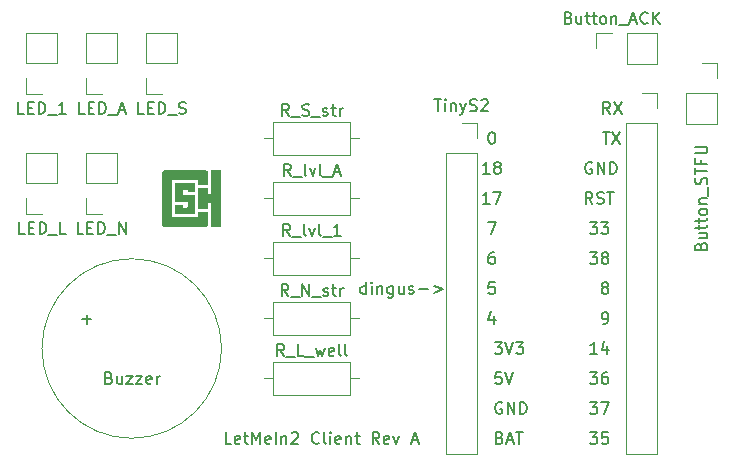
<source format=gbr>
%TF.GenerationSoftware,KiCad,Pcbnew,(6.0.2)*%
%TF.CreationDate,2022-03-10T22:00:07-05:00*%
%TF.ProjectId,letmein,6c65746d-6569-46e2-9e6b-696361645f70,rev?*%
%TF.SameCoordinates,Original*%
%TF.FileFunction,Legend,Top*%
%TF.FilePolarity,Positive*%
%FSLAX46Y46*%
G04 Gerber Fmt 4.6, Leading zero omitted, Abs format (unit mm)*
G04 Created by KiCad (PCBNEW (6.0.2)) date 2022-03-10 22:00:07*
%MOMM*%
%LPD*%
G01*
G04 APERTURE LIST*
%ADD10C,0.150000*%
%ADD11C,0.120000*%
G04 APERTURE END LIST*
D10*
X147129523Y-81732380D02*
X146558095Y-81732380D01*
X146843809Y-81732380D02*
X146843809Y-80732380D01*
X146748571Y-80875238D01*
X146653333Y-80970476D01*
X146558095Y-81018095D01*
X147700952Y-81160952D02*
X147605714Y-81113333D01*
X147558095Y-81065714D01*
X147510476Y-80970476D01*
X147510476Y-80922857D01*
X147558095Y-80827619D01*
X147605714Y-80780000D01*
X147700952Y-80732380D01*
X147891428Y-80732380D01*
X147986666Y-80780000D01*
X148034285Y-80827619D01*
X148081904Y-80922857D01*
X148081904Y-80970476D01*
X148034285Y-81065714D01*
X147986666Y-81113333D01*
X147891428Y-81160952D01*
X147700952Y-81160952D01*
X147605714Y-81208571D01*
X147558095Y-81256190D01*
X147510476Y-81351428D01*
X147510476Y-81541904D01*
X147558095Y-81637142D01*
X147605714Y-81684761D01*
X147700952Y-81732380D01*
X147891428Y-81732380D01*
X147986666Y-81684761D01*
X148034285Y-81637142D01*
X148081904Y-81541904D01*
X148081904Y-81351428D01*
X148034285Y-81256190D01*
X147986666Y-81208571D01*
X147891428Y-81160952D01*
X155620595Y-85812380D02*
X156239642Y-85812380D01*
X155906309Y-86193333D01*
X156049166Y-86193333D01*
X156144404Y-86240952D01*
X156192023Y-86288571D01*
X156239642Y-86383809D01*
X156239642Y-86621904D01*
X156192023Y-86717142D01*
X156144404Y-86764761D01*
X156049166Y-86812380D01*
X155763452Y-86812380D01*
X155668214Y-86764761D01*
X155620595Y-86717142D01*
X156572976Y-85812380D02*
X157192023Y-85812380D01*
X156858690Y-86193333D01*
X157001547Y-86193333D01*
X157096785Y-86240952D01*
X157144404Y-86288571D01*
X157192023Y-86383809D01*
X157192023Y-86621904D01*
X157144404Y-86717142D01*
X157096785Y-86764761D01*
X157001547Y-86812380D01*
X156715833Y-86812380D01*
X156620595Y-86764761D01*
X156572976Y-86717142D01*
X147510476Y-93765714D02*
X147510476Y-94432380D01*
X147272380Y-93384761D02*
X147034285Y-94099047D01*
X147653333Y-94099047D01*
X155620595Y-88352380D02*
X156239642Y-88352380D01*
X155906309Y-88733333D01*
X156049166Y-88733333D01*
X156144404Y-88780952D01*
X156192023Y-88828571D01*
X156239642Y-88923809D01*
X156239642Y-89161904D01*
X156192023Y-89257142D01*
X156144404Y-89304761D01*
X156049166Y-89352380D01*
X155763452Y-89352380D01*
X155668214Y-89304761D01*
X155620595Y-89257142D01*
X156811071Y-88780952D02*
X156715833Y-88733333D01*
X156668214Y-88685714D01*
X156620595Y-88590476D01*
X156620595Y-88542857D01*
X156668214Y-88447619D01*
X156715833Y-88400000D01*
X156811071Y-88352380D01*
X157001547Y-88352380D01*
X157096785Y-88400000D01*
X157144404Y-88447619D01*
X157192023Y-88542857D01*
X157192023Y-88590476D01*
X157144404Y-88685714D01*
X157096785Y-88733333D01*
X157001547Y-88780952D01*
X156811071Y-88780952D01*
X156715833Y-88828571D01*
X156668214Y-88876190D01*
X156620595Y-88971428D01*
X156620595Y-89161904D01*
X156668214Y-89257142D01*
X156715833Y-89304761D01*
X156811071Y-89352380D01*
X157001547Y-89352380D01*
X157096785Y-89304761D01*
X157144404Y-89257142D01*
X157192023Y-89161904D01*
X157192023Y-88971428D01*
X157144404Y-88876190D01*
X157096785Y-88828571D01*
X157001547Y-88780952D01*
X156811071Y-91320952D02*
X156715833Y-91273333D01*
X156668214Y-91225714D01*
X156620595Y-91130476D01*
X156620595Y-91082857D01*
X156668214Y-90987619D01*
X156715833Y-90940000D01*
X156811071Y-90892380D01*
X157001547Y-90892380D01*
X157096785Y-90940000D01*
X157144404Y-90987619D01*
X157192023Y-91082857D01*
X157192023Y-91130476D01*
X157144404Y-91225714D01*
X157096785Y-91273333D01*
X157001547Y-91320952D01*
X156811071Y-91320952D01*
X156715833Y-91368571D01*
X156668214Y-91416190D01*
X156620595Y-91511428D01*
X156620595Y-91701904D01*
X156668214Y-91797142D01*
X156715833Y-91844761D01*
X156811071Y-91892380D01*
X157001547Y-91892380D01*
X157096785Y-91844761D01*
X157144404Y-91797142D01*
X157192023Y-91701904D01*
X157192023Y-91511428D01*
X157144404Y-91416190D01*
X157096785Y-91368571D01*
X157001547Y-91320952D01*
X155847023Y-84272380D02*
X155513690Y-83796190D01*
X155275595Y-84272380D02*
X155275595Y-83272380D01*
X155656547Y-83272380D01*
X155751785Y-83320000D01*
X155799404Y-83367619D01*
X155847023Y-83462857D01*
X155847023Y-83605714D01*
X155799404Y-83700952D01*
X155751785Y-83748571D01*
X155656547Y-83796190D01*
X155275595Y-83796190D01*
X156227976Y-84224761D02*
X156370833Y-84272380D01*
X156608928Y-84272380D01*
X156704166Y-84224761D01*
X156751785Y-84177142D01*
X156799404Y-84081904D01*
X156799404Y-83986666D01*
X156751785Y-83891428D01*
X156704166Y-83843809D01*
X156608928Y-83796190D01*
X156418452Y-83748571D01*
X156323214Y-83700952D01*
X156275595Y-83653333D01*
X156227976Y-83558095D01*
X156227976Y-83462857D01*
X156275595Y-83367619D01*
X156323214Y-83320000D01*
X156418452Y-83272380D01*
X156656547Y-83272380D01*
X156799404Y-83320000D01*
X157085119Y-83272380D02*
X157656547Y-83272380D01*
X157370833Y-84272380D02*
X157370833Y-83272380D01*
X148131785Y-98512380D02*
X147655595Y-98512380D01*
X147607976Y-98988571D01*
X147655595Y-98940952D01*
X147750833Y-98893333D01*
X147988928Y-98893333D01*
X148084166Y-98940952D01*
X148131785Y-98988571D01*
X148179404Y-99083809D01*
X148179404Y-99321904D01*
X148131785Y-99417142D01*
X148084166Y-99464761D01*
X147988928Y-99512380D01*
X147750833Y-99512380D01*
X147655595Y-99464761D01*
X147607976Y-99417142D01*
X148465119Y-98512380D02*
X148798452Y-99512380D01*
X149131785Y-98512380D01*
X125271785Y-104592380D02*
X124795595Y-104592380D01*
X124795595Y-103592380D01*
X125986071Y-104544761D02*
X125890833Y-104592380D01*
X125700357Y-104592380D01*
X125605119Y-104544761D01*
X125557500Y-104449523D01*
X125557500Y-104068571D01*
X125605119Y-103973333D01*
X125700357Y-103925714D01*
X125890833Y-103925714D01*
X125986071Y-103973333D01*
X126033690Y-104068571D01*
X126033690Y-104163809D01*
X125557500Y-104259047D01*
X126319404Y-103925714D02*
X126700357Y-103925714D01*
X126462261Y-103592380D02*
X126462261Y-104449523D01*
X126509880Y-104544761D01*
X126605119Y-104592380D01*
X126700357Y-104592380D01*
X127033690Y-104592380D02*
X127033690Y-103592380D01*
X127367023Y-104306666D01*
X127700357Y-103592380D01*
X127700357Y-104592380D01*
X128557500Y-104544761D02*
X128462261Y-104592380D01*
X128271785Y-104592380D01*
X128176547Y-104544761D01*
X128128928Y-104449523D01*
X128128928Y-104068571D01*
X128176547Y-103973333D01*
X128271785Y-103925714D01*
X128462261Y-103925714D01*
X128557500Y-103973333D01*
X128605119Y-104068571D01*
X128605119Y-104163809D01*
X128128928Y-104259047D01*
X129033690Y-104592380D02*
X129033690Y-103592380D01*
X129509880Y-103925714D02*
X129509880Y-104592380D01*
X129509880Y-104020952D02*
X129557500Y-103973333D01*
X129652738Y-103925714D01*
X129795595Y-103925714D01*
X129890833Y-103973333D01*
X129938452Y-104068571D01*
X129938452Y-104592380D01*
X130367023Y-103687619D02*
X130414642Y-103640000D01*
X130509880Y-103592380D01*
X130747976Y-103592380D01*
X130843214Y-103640000D01*
X130890833Y-103687619D01*
X130938452Y-103782857D01*
X130938452Y-103878095D01*
X130890833Y-104020952D01*
X130319404Y-104592380D01*
X130938452Y-104592380D01*
X132700357Y-104497142D02*
X132652738Y-104544761D01*
X132509880Y-104592380D01*
X132414642Y-104592380D01*
X132271785Y-104544761D01*
X132176547Y-104449523D01*
X132128928Y-104354285D01*
X132081309Y-104163809D01*
X132081309Y-104020952D01*
X132128928Y-103830476D01*
X132176547Y-103735238D01*
X132271785Y-103640000D01*
X132414642Y-103592380D01*
X132509880Y-103592380D01*
X132652738Y-103640000D01*
X132700357Y-103687619D01*
X133271785Y-104592380D02*
X133176547Y-104544761D01*
X133128928Y-104449523D01*
X133128928Y-103592380D01*
X133652738Y-104592380D02*
X133652738Y-103925714D01*
X133652738Y-103592380D02*
X133605119Y-103640000D01*
X133652738Y-103687619D01*
X133700357Y-103640000D01*
X133652738Y-103592380D01*
X133652738Y-103687619D01*
X134509880Y-104544761D02*
X134414642Y-104592380D01*
X134224166Y-104592380D01*
X134128928Y-104544761D01*
X134081309Y-104449523D01*
X134081309Y-104068571D01*
X134128928Y-103973333D01*
X134224166Y-103925714D01*
X134414642Y-103925714D01*
X134509880Y-103973333D01*
X134557500Y-104068571D01*
X134557500Y-104163809D01*
X134081309Y-104259047D01*
X134986071Y-103925714D02*
X134986071Y-104592380D01*
X134986071Y-104020952D02*
X135033690Y-103973333D01*
X135128928Y-103925714D01*
X135271785Y-103925714D01*
X135367023Y-103973333D01*
X135414642Y-104068571D01*
X135414642Y-104592380D01*
X135747976Y-103925714D02*
X136128928Y-103925714D01*
X135890833Y-103592380D02*
X135890833Y-104449523D01*
X135938452Y-104544761D01*
X136033690Y-104592380D01*
X136128928Y-104592380D01*
X137795595Y-104592380D02*
X137462261Y-104116190D01*
X137224166Y-104592380D02*
X137224166Y-103592380D01*
X137605119Y-103592380D01*
X137700357Y-103640000D01*
X137747976Y-103687619D01*
X137795595Y-103782857D01*
X137795595Y-103925714D01*
X137747976Y-104020952D01*
X137700357Y-104068571D01*
X137605119Y-104116190D01*
X137224166Y-104116190D01*
X138605119Y-104544761D02*
X138509880Y-104592380D01*
X138319404Y-104592380D01*
X138224166Y-104544761D01*
X138176547Y-104449523D01*
X138176547Y-104068571D01*
X138224166Y-103973333D01*
X138319404Y-103925714D01*
X138509880Y-103925714D01*
X138605119Y-103973333D01*
X138652738Y-104068571D01*
X138652738Y-104163809D01*
X138176547Y-104259047D01*
X138986071Y-103925714D02*
X139224166Y-104592380D01*
X139462261Y-103925714D01*
X140557500Y-104306666D02*
X141033690Y-104306666D01*
X140462261Y-104592380D02*
X140795595Y-103592380D01*
X141128928Y-104592380D01*
X136676190Y-91892380D02*
X136676190Y-90892380D01*
X136676190Y-91844761D02*
X136580952Y-91892380D01*
X136390476Y-91892380D01*
X136295238Y-91844761D01*
X136247619Y-91797142D01*
X136200000Y-91701904D01*
X136200000Y-91416190D01*
X136247619Y-91320952D01*
X136295238Y-91273333D01*
X136390476Y-91225714D01*
X136580952Y-91225714D01*
X136676190Y-91273333D01*
X137152380Y-91892380D02*
X137152380Y-91225714D01*
X137152380Y-90892380D02*
X137104761Y-90940000D01*
X137152380Y-90987619D01*
X137200000Y-90940000D01*
X137152380Y-90892380D01*
X137152380Y-90987619D01*
X137628571Y-91225714D02*
X137628571Y-91892380D01*
X137628571Y-91320952D02*
X137676190Y-91273333D01*
X137771428Y-91225714D01*
X137914285Y-91225714D01*
X138009523Y-91273333D01*
X138057142Y-91368571D01*
X138057142Y-91892380D01*
X138961904Y-91225714D02*
X138961904Y-92035238D01*
X138914285Y-92130476D01*
X138866666Y-92178095D01*
X138771428Y-92225714D01*
X138628571Y-92225714D01*
X138533333Y-92178095D01*
X138961904Y-91844761D02*
X138866666Y-91892380D01*
X138676190Y-91892380D01*
X138580952Y-91844761D01*
X138533333Y-91797142D01*
X138485714Y-91701904D01*
X138485714Y-91416190D01*
X138533333Y-91320952D01*
X138580952Y-91273333D01*
X138676190Y-91225714D01*
X138866666Y-91225714D01*
X138961904Y-91273333D01*
X139866666Y-91225714D02*
X139866666Y-91892380D01*
X139438095Y-91225714D02*
X139438095Y-91749523D01*
X139485714Y-91844761D01*
X139580952Y-91892380D01*
X139723809Y-91892380D01*
X139819047Y-91844761D01*
X139866666Y-91797142D01*
X140295238Y-91844761D02*
X140390476Y-91892380D01*
X140580952Y-91892380D01*
X140676190Y-91844761D01*
X140723809Y-91749523D01*
X140723809Y-91701904D01*
X140676190Y-91606666D01*
X140580952Y-91559047D01*
X140438095Y-91559047D01*
X140342857Y-91511428D01*
X140295238Y-91416190D01*
X140295238Y-91368571D01*
X140342857Y-91273333D01*
X140438095Y-91225714D01*
X140580952Y-91225714D01*
X140676190Y-91273333D01*
X141152380Y-91511428D02*
X141914285Y-91511428D01*
X142390476Y-91225714D02*
X143152380Y-91511428D01*
X142390476Y-91797142D01*
X147560357Y-95972380D02*
X148179404Y-95972380D01*
X147846071Y-96353333D01*
X147988928Y-96353333D01*
X148084166Y-96400952D01*
X148131785Y-96448571D01*
X148179404Y-96543809D01*
X148179404Y-96781904D01*
X148131785Y-96877142D01*
X148084166Y-96924761D01*
X147988928Y-96972380D01*
X147703214Y-96972380D01*
X147607976Y-96924761D01*
X147560357Y-96877142D01*
X148465119Y-95972380D02*
X148798452Y-96972380D01*
X149131785Y-95972380D01*
X149369880Y-95972380D02*
X149988928Y-95972380D01*
X149655595Y-96353333D01*
X149798452Y-96353333D01*
X149893690Y-96400952D01*
X149941309Y-96448571D01*
X149988928Y-96543809D01*
X149988928Y-96781904D01*
X149941309Y-96877142D01*
X149893690Y-96924761D01*
X149798452Y-96972380D01*
X149512738Y-96972380D01*
X149417500Y-96924761D01*
X149369880Y-96877142D01*
X148179404Y-101100000D02*
X148084166Y-101052380D01*
X147941309Y-101052380D01*
X147798452Y-101100000D01*
X147703214Y-101195238D01*
X147655595Y-101290476D01*
X147607976Y-101480952D01*
X147607976Y-101623809D01*
X147655595Y-101814285D01*
X147703214Y-101909523D01*
X147798452Y-102004761D01*
X147941309Y-102052380D01*
X148036547Y-102052380D01*
X148179404Y-102004761D01*
X148227023Y-101957142D01*
X148227023Y-101623809D01*
X148036547Y-101623809D01*
X148655595Y-102052380D02*
X148655595Y-101052380D01*
X149227023Y-102052380D01*
X149227023Y-101052380D01*
X149703214Y-102052380D02*
X149703214Y-101052380D01*
X149941309Y-101052380D01*
X150084166Y-101100000D01*
X150179404Y-101195238D01*
X150227023Y-101290476D01*
X150274642Y-101480952D01*
X150274642Y-101623809D01*
X150227023Y-101814285D01*
X150179404Y-101909523D01*
X150084166Y-102004761D01*
X149941309Y-102052380D01*
X149703214Y-102052380D01*
X147510476Y-88352380D02*
X147320000Y-88352380D01*
X147224761Y-88400000D01*
X147177142Y-88447619D01*
X147081904Y-88590476D01*
X147034285Y-88780952D01*
X147034285Y-89161904D01*
X147081904Y-89257142D01*
X147129523Y-89304761D01*
X147224761Y-89352380D01*
X147415238Y-89352380D01*
X147510476Y-89304761D01*
X147558095Y-89257142D01*
X147605714Y-89161904D01*
X147605714Y-88923809D01*
X147558095Y-88828571D01*
X147510476Y-88780952D01*
X147415238Y-88733333D01*
X147224761Y-88733333D01*
X147129523Y-88780952D01*
X147081904Y-88828571D01*
X147034285Y-88923809D01*
X147988928Y-104068571D02*
X148131785Y-104116190D01*
X148179404Y-104163809D01*
X148227023Y-104259047D01*
X148227023Y-104401904D01*
X148179404Y-104497142D01*
X148131785Y-104544761D01*
X148036547Y-104592380D01*
X147655595Y-104592380D01*
X147655595Y-103592380D01*
X147988928Y-103592380D01*
X148084166Y-103640000D01*
X148131785Y-103687619D01*
X148179404Y-103782857D01*
X148179404Y-103878095D01*
X148131785Y-103973333D01*
X148084166Y-104020952D01*
X147988928Y-104068571D01*
X147655595Y-104068571D01*
X148607976Y-104306666D02*
X149084166Y-104306666D01*
X148512738Y-104592380D02*
X148846071Y-103592380D01*
X149179404Y-104592380D01*
X149369880Y-103592380D02*
X149941309Y-103592380D01*
X149655595Y-104592380D02*
X149655595Y-103592380D01*
X147272380Y-78192380D02*
X147367619Y-78192380D01*
X147462857Y-78240000D01*
X147510476Y-78287619D01*
X147558095Y-78382857D01*
X147605714Y-78573333D01*
X147605714Y-78811428D01*
X147558095Y-79001904D01*
X147510476Y-79097142D01*
X147462857Y-79144761D01*
X147367619Y-79192380D01*
X147272380Y-79192380D01*
X147177142Y-79144761D01*
X147129523Y-79097142D01*
X147081904Y-79001904D01*
X147034285Y-78811428D01*
X147034285Y-78573333D01*
X147081904Y-78382857D01*
X147129523Y-78287619D01*
X147177142Y-78240000D01*
X147272380Y-78192380D01*
X155620595Y-101052380D02*
X156239642Y-101052380D01*
X155906309Y-101433333D01*
X156049166Y-101433333D01*
X156144404Y-101480952D01*
X156192023Y-101528571D01*
X156239642Y-101623809D01*
X156239642Y-101861904D01*
X156192023Y-101957142D01*
X156144404Y-102004761D01*
X156049166Y-102052380D01*
X155763452Y-102052380D01*
X155668214Y-102004761D01*
X155620595Y-101957142D01*
X156572976Y-101052380D02*
X157239642Y-101052380D01*
X156811071Y-102052380D01*
X156718095Y-78192380D02*
X157289523Y-78192380D01*
X157003809Y-79192380D02*
X157003809Y-78192380D01*
X157527619Y-78192380D02*
X158194285Y-79192380D01*
X158194285Y-78192380D02*
X157527619Y-79192380D01*
X155799404Y-80780000D02*
X155704166Y-80732380D01*
X155561309Y-80732380D01*
X155418452Y-80780000D01*
X155323214Y-80875238D01*
X155275595Y-80970476D01*
X155227976Y-81160952D01*
X155227976Y-81303809D01*
X155275595Y-81494285D01*
X155323214Y-81589523D01*
X155418452Y-81684761D01*
X155561309Y-81732380D01*
X155656547Y-81732380D01*
X155799404Y-81684761D01*
X155847023Y-81637142D01*
X155847023Y-81303809D01*
X155656547Y-81303809D01*
X156275595Y-81732380D02*
X156275595Y-80732380D01*
X156847023Y-81732380D01*
X156847023Y-80732380D01*
X157323214Y-81732380D02*
X157323214Y-80732380D01*
X157561309Y-80732380D01*
X157704166Y-80780000D01*
X157799404Y-80875238D01*
X157847023Y-80970476D01*
X157894642Y-81160952D01*
X157894642Y-81303809D01*
X157847023Y-81494285D01*
X157799404Y-81589523D01*
X157704166Y-81684761D01*
X157561309Y-81732380D01*
X157323214Y-81732380D01*
X147558095Y-90892380D02*
X147081904Y-90892380D01*
X147034285Y-91368571D01*
X147081904Y-91320952D01*
X147177142Y-91273333D01*
X147415238Y-91273333D01*
X147510476Y-91320952D01*
X147558095Y-91368571D01*
X147605714Y-91463809D01*
X147605714Y-91701904D01*
X147558095Y-91797142D01*
X147510476Y-91844761D01*
X147415238Y-91892380D01*
X147177142Y-91892380D01*
X147081904Y-91844761D01*
X147034285Y-91797142D01*
X157313333Y-76652380D02*
X156980000Y-76176190D01*
X156741904Y-76652380D02*
X156741904Y-75652380D01*
X157122857Y-75652380D01*
X157218095Y-75700000D01*
X157265714Y-75747619D01*
X157313333Y-75842857D01*
X157313333Y-75985714D01*
X157265714Y-76080952D01*
X157218095Y-76128571D01*
X157122857Y-76176190D01*
X156741904Y-76176190D01*
X157646666Y-75652380D02*
X158313333Y-76652380D01*
X158313333Y-75652380D02*
X157646666Y-76652380D01*
X146986666Y-85812380D02*
X147653333Y-85812380D01*
X147224761Y-86812380D01*
X156715833Y-94432380D02*
X156906309Y-94432380D01*
X157001547Y-94384761D01*
X157049166Y-94337142D01*
X157144404Y-94194285D01*
X157192023Y-94003809D01*
X157192023Y-93622857D01*
X157144404Y-93527619D01*
X157096785Y-93480000D01*
X157001547Y-93432380D01*
X156811071Y-93432380D01*
X156715833Y-93480000D01*
X156668214Y-93527619D01*
X156620595Y-93622857D01*
X156620595Y-93860952D01*
X156668214Y-93956190D01*
X156715833Y-94003809D01*
X156811071Y-94051428D01*
X157001547Y-94051428D01*
X157096785Y-94003809D01*
X157144404Y-93956190D01*
X157192023Y-93860952D01*
X155620595Y-103592380D02*
X156239642Y-103592380D01*
X155906309Y-103973333D01*
X156049166Y-103973333D01*
X156144404Y-104020952D01*
X156192023Y-104068571D01*
X156239642Y-104163809D01*
X156239642Y-104401904D01*
X156192023Y-104497142D01*
X156144404Y-104544761D01*
X156049166Y-104592380D01*
X155763452Y-104592380D01*
X155668214Y-104544761D01*
X155620595Y-104497142D01*
X157144404Y-103592380D02*
X156668214Y-103592380D01*
X156620595Y-104068571D01*
X156668214Y-104020952D01*
X156763452Y-103973333D01*
X157001547Y-103973333D01*
X157096785Y-104020952D01*
X157144404Y-104068571D01*
X157192023Y-104163809D01*
X157192023Y-104401904D01*
X157144404Y-104497142D01*
X157096785Y-104544761D01*
X157001547Y-104592380D01*
X156763452Y-104592380D01*
X156668214Y-104544761D01*
X156620595Y-104497142D01*
X156239642Y-96972380D02*
X155668214Y-96972380D01*
X155953928Y-96972380D02*
X155953928Y-95972380D01*
X155858690Y-96115238D01*
X155763452Y-96210476D01*
X155668214Y-96258095D01*
X157096785Y-96305714D02*
X157096785Y-96972380D01*
X156858690Y-95924761D02*
X156620595Y-96639047D01*
X157239642Y-96639047D01*
X147129523Y-84272380D02*
X146558095Y-84272380D01*
X146843809Y-84272380D02*
X146843809Y-83272380D01*
X146748571Y-83415238D01*
X146653333Y-83510476D01*
X146558095Y-83558095D01*
X147462857Y-83272380D02*
X148129523Y-83272380D01*
X147700952Y-84272380D01*
X155620595Y-98512380D02*
X156239642Y-98512380D01*
X155906309Y-98893333D01*
X156049166Y-98893333D01*
X156144404Y-98940952D01*
X156192023Y-98988571D01*
X156239642Y-99083809D01*
X156239642Y-99321904D01*
X156192023Y-99417142D01*
X156144404Y-99464761D01*
X156049166Y-99512380D01*
X155763452Y-99512380D01*
X155668214Y-99464761D01*
X155620595Y-99417142D01*
X157096785Y-98512380D02*
X156906309Y-98512380D01*
X156811071Y-98560000D01*
X156763452Y-98607619D01*
X156668214Y-98750476D01*
X156620595Y-98940952D01*
X156620595Y-99321904D01*
X156668214Y-99417142D01*
X156715833Y-99464761D01*
X156811071Y-99512380D01*
X157001547Y-99512380D01*
X157096785Y-99464761D01*
X157144404Y-99417142D01*
X157192023Y-99321904D01*
X157192023Y-99083809D01*
X157144404Y-98988571D01*
X157096785Y-98940952D01*
X157001547Y-98893333D01*
X156811071Y-98893333D01*
X156715833Y-98940952D01*
X156668214Y-98988571D01*
X156620595Y-99083809D01*
%TO.C,Button_ACK*%
X153813333Y-68508571D02*
X153956190Y-68556190D01*
X154003809Y-68603809D01*
X154051428Y-68699047D01*
X154051428Y-68841904D01*
X154003809Y-68937142D01*
X153956190Y-68984761D01*
X153860952Y-69032380D01*
X153480000Y-69032380D01*
X153480000Y-68032380D01*
X153813333Y-68032380D01*
X153908571Y-68080000D01*
X153956190Y-68127619D01*
X154003809Y-68222857D01*
X154003809Y-68318095D01*
X153956190Y-68413333D01*
X153908571Y-68460952D01*
X153813333Y-68508571D01*
X153480000Y-68508571D01*
X154908571Y-68365714D02*
X154908571Y-69032380D01*
X154480000Y-68365714D02*
X154480000Y-68889523D01*
X154527619Y-68984761D01*
X154622857Y-69032380D01*
X154765714Y-69032380D01*
X154860952Y-68984761D01*
X154908571Y-68937142D01*
X155241904Y-68365714D02*
X155622857Y-68365714D01*
X155384761Y-68032380D02*
X155384761Y-68889523D01*
X155432380Y-68984761D01*
X155527619Y-69032380D01*
X155622857Y-69032380D01*
X155813333Y-68365714D02*
X156194285Y-68365714D01*
X155956190Y-68032380D02*
X155956190Y-68889523D01*
X156003809Y-68984761D01*
X156099047Y-69032380D01*
X156194285Y-69032380D01*
X156670476Y-69032380D02*
X156575238Y-68984761D01*
X156527619Y-68937142D01*
X156480000Y-68841904D01*
X156480000Y-68556190D01*
X156527619Y-68460952D01*
X156575238Y-68413333D01*
X156670476Y-68365714D01*
X156813333Y-68365714D01*
X156908571Y-68413333D01*
X156956190Y-68460952D01*
X157003809Y-68556190D01*
X157003809Y-68841904D01*
X156956190Y-68937142D01*
X156908571Y-68984761D01*
X156813333Y-69032380D01*
X156670476Y-69032380D01*
X157432380Y-68365714D02*
X157432380Y-69032380D01*
X157432380Y-68460952D02*
X157480000Y-68413333D01*
X157575238Y-68365714D01*
X157718095Y-68365714D01*
X157813333Y-68413333D01*
X157860952Y-68508571D01*
X157860952Y-69032380D01*
X158099047Y-69127619D02*
X158860952Y-69127619D01*
X159051428Y-68746666D02*
X159527619Y-68746666D01*
X158956190Y-69032380D02*
X159289523Y-68032380D01*
X159622857Y-69032380D01*
X160527619Y-68937142D02*
X160480000Y-68984761D01*
X160337142Y-69032380D01*
X160241904Y-69032380D01*
X160099047Y-68984761D01*
X160003809Y-68889523D01*
X159956190Y-68794285D01*
X159908571Y-68603809D01*
X159908571Y-68460952D01*
X159956190Y-68270476D01*
X160003809Y-68175238D01*
X160099047Y-68080000D01*
X160241904Y-68032380D01*
X160337142Y-68032380D01*
X160480000Y-68080000D01*
X160527619Y-68127619D01*
X160956190Y-69032380D02*
X160956190Y-68032380D01*
X161527619Y-69032380D02*
X161099047Y-68460952D01*
X161527619Y-68032380D02*
X160956190Y-68603809D01*
%TO.C,TinyS2*%
X142470476Y-75422380D02*
X143041904Y-75422380D01*
X142756190Y-76422380D02*
X142756190Y-75422380D01*
X143375238Y-76422380D02*
X143375238Y-75755714D01*
X143375238Y-75422380D02*
X143327619Y-75470000D01*
X143375238Y-75517619D01*
X143422857Y-75470000D01*
X143375238Y-75422380D01*
X143375238Y-75517619D01*
X143851428Y-75755714D02*
X143851428Y-76422380D01*
X143851428Y-75850952D02*
X143899047Y-75803333D01*
X143994285Y-75755714D01*
X144137142Y-75755714D01*
X144232380Y-75803333D01*
X144280000Y-75898571D01*
X144280000Y-76422380D01*
X144660952Y-75755714D02*
X144899047Y-76422380D01*
X145137142Y-75755714D02*
X144899047Y-76422380D01*
X144803809Y-76660476D01*
X144756190Y-76708095D01*
X144660952Y-76755714D01*
X145470476Y-76374761D02*
X145613333Y-76422380D01*
X145851428Y-76422380D01*
X145946666Y-76374761D01*
X145994285Y-76327142D01*
X146041904Y-76231904D01*
X146041904Y-76136666D01*
X145994285Y-76041428D01*
X145946666Y-75993809D01*
X145851428Y-75946190D01*
X145660952Y-75898571D01*
X145565714Y-75850952D01*
X145518095Y-75803333D01*
X145470476Y-75708095D01*
X145470476Y-75612857D01*
X145518095Y-75517619D01*
X145565714Y-75470000D01*
X145660952Y-75422380D01*
X145899047Y-75422380D01*
X146041904Y-75470000D01*
X146422857Y-75517619D02*
X146470476Y-75470000D01*
X146565714Y-75422380D01*
X146803809Y-75422380D01*
X146899047Y-75470000D01*
X146946666Y-75517619D01*
X146994285Y-75612857D01*
X146994285Y-75708095D01*
X146946666Y-75850952D01*
X146375238Y-76422380D01*
X146994285Y-76422380D01*
%TO.C,R_N_str*%
X130103809Y-92062380D02*
X129770476Y-91586190D01*
X129532380Y-92062380D02*
X129532380Y-91062380D01*
X129913333Y-91062380D01*
X130008571Y-91110000D01*
X130056190Y-91157619D01*
X130103809Y-91252857D01*
X130103809Y-91395714D01*
X130056190Y-91490952D01*
X130008571Y-91538571D01*
X129913333Y-91586190D01*
X129532380Y-91586190D01*
X130294285Y-92157619D02*
X131056190Y-92157619D01*
X131294285Y-92062380D02*
X131294285Y-91062380D01*
X131865714Y-92062380D01*
X131865714Y-91062380D01*
X132103809Y-92157619D02*
X132865714Y-92157619D01*
X133056190Y-92014761D02*
X133151428Y-92062380D01*
X133341904Y-92062380D01*
X133437142Y-92014761D01*
X133484761Y-91919523D01*
X133484761Y-91871904D01*
X133437142Y-91776666D01*
X133341904Y-91729047D01*
X133199047Y-91729047D01*
X133103809Y-91681428D01*
X133056190Y-91586190D01*
X133056190Y-91538571D01*
X133103809Y-91443333D01*
X133199047Y-91395714D01*
X133341904Y-91395714D01*
X133437142Y-91443333D01*
X133770476Y-91395714D02*
X134151428Y-91395714D01*
X133913333Y-91062380D02*
X133913333Y-91919523D01*
X133960952Y-92014761D01*
X134056190Y-92062380D01*
X134151428Y-92062380D01*
X134484761Y-92062380D02*
X134484761Y-91395714D01*
X134484761Y-91586190D02*
X134532380Y-91490952D01*
X134580000Y-91443333D01*
X134675238Y-91395714D01*
X134770476Y-91395714D01*
%TO.C,Button_STFU*%
X165028571Y-87867619D02*
X165076190Y-87724761D01*
X165123809Y-87677142D01*
X165219047Y-87629523D01*
X165361904Y-87629523D01*
X165457142Y-87677142D01*
X165504761Y-87724761D01*
X165552380Y-87820000D01*
X165552380Y-88200952D01*
X164552380Y-88200952D01*
X164552380Y-87867619D01*
X164600000Y-87772380D01*
X164647619Y-87724761D01*
X164742857Y-87677142D01*
X164838095Y-87677142D01*
X164933333Y-87724761D01*
X164980952Y-87772380D01*
X165028571Y-87867619D01*
X165028571Y-88200952D01*
X164885714Y-86772380D02*
X165552380Y-86772380D01*
X164885714Y-87200952D02*
X165409523Y-87200952D01*
X165504761Y-87153333D01*
X165552380Y-87058095D01*
X165552380Y-86915238D01*
X165504761Y-86820000D01*
X165457142Y-86772380D01*
X164885714Y-86439047D02*
X164885714Y-86058095D01*
X164552380Y-86296190D02*
X165409523Y-86296190D01*
X165504761Y-86248571D01*
X165552380Y-86153333D01*
X165552380Y-86058095D01*
X164885714Y-85867619D02*
X164885714Y-85486666D01*
X164552380Y-85724761D02*
X165409523Y-85724761D01*
X165504761Y-85677142D01*
X165552380Y-85581904D01*
X165552380Y-85486666D01*
X165552380Y-85010476D02*
X165504761Y-85105714D01*
X165457142Y-85153333D01*
X165361904Y-85200952D01*
X165076190Y-85200952D01*
X164980952Y-85153333D01*
X164933333Y-85105714D01*
X164885714Y-85010476D01*
X164885714Y-84867619D01*
X164933333Y-84772380D01*
X164980952Y-84724761D01*
X165076190Y-84677142D01*
X165361904Y-84677142D01*
X165457142Y-84724761D01*
X165504761Y-84772380D01*
X165552380Y-84867619D01*
X165552380Y-85010476D01*
X164885714Y-84248571D02*
X165552380Y-84248571D01*
X164980952Y-84248571D02*
X164933333Y-84200952D01*
X164885714Y-84105714D01*
X164885714Y-83962857D01*
X164933333Y-83867619D01*
X165028571Y-83820000D01*
X165552380Y-83820000D01*
X165647619Y-83581904D02*
X165647619Y-82820000D01*
X165504761Y-82629523D02*
X165552380Y-82486666D01*
X165552380Y-82248571D01*
X165504761Y-82153333D01*
X165457142Y-82105714D01*
X165361904Y-82058095D01*
X165266666Y-82058095D01*
X165171428Y-82105714D01*
X165123809Y-82153333D01*
X165076190Y-82248571D01*
X165028571Y-82439047D01*
X164980952Y-82534285D01*
X164933333Y-82581904D01*
X164838095Y-82629523D01*
X164742857Y-82629523D01*
X164647619Y-82581904D01*
X164600000Y-82534285D01*
X164552380Y-82439047D01*
X164552380Y-82200952D01*
X164600000Y-82058095D01*
X164552380Y-81772380D02*
X164552380Y-81200952D01*
X165552380Y-81486666D02*
X164552380Y-81486666D01*
X165028571Y-80534285D02*
X165028571Y-80867619D01*
X165552380Y-80867619D02*
X164552380Y-80867619D01*
X164552380Y-80391428D01*
X164552380Y-80010476D02*
X165361904Y-80010476D01*
X165457142Y-79962857D01*
X165504761Y-79915238D01*
X165552380Y-79820000D01*
X165552380Y-79629523D01*
X165504761Y-79534285D01*
X165457142Y-79486666D01*
X165361904Y-79439047D01*
X164552380Y-79439047D01*
%TO.C,LED_1*%
X107720000Y-76652380D02*
X107243809Y-76652380D01*
X107243809Y-75652380D01*
X108053333Y-76128571D02*
X108386666Y-76128571D01*
X108529523Y-76652380D02*
X108053333Y-76652380D01*
X108053333Y-75652380D01*
X108529523Y-75652380D01*
X108958095Y-76652380D02*
X108958095Y-75652380D01*
X109196190Y-75652380D01*
X109339047Y-75700000D01*
X109434285Y-75795238D01*
X109481904Y-75890476D01*
X109529523Y-76080952D01*
X109529523Y-76223809D01*
X109481904Y-76414285D01*
X109434285Y-76509523D01*
X109339047Y-76604761D01*
X109196190Y-76652380D01*
X108958095Y-76652380D01*
X109720000Y-76747619D02*
X110481904Y-76747619D01*
X111243809Y-76652380D02*
X110672380Y-76652380D01*
X110958095Y-76652380D02*
X110958095Y-75652380D01*
X110862857Y-75795238D01*
X110767619Y-75890476D01*
X110672380Y-75938095D01*
%TO.C,LED_A*%
X112847619Y-76652380D02*
X112371428Y-76652380D01*
X112371428Y-75652380D01*
X113180952Y-76128571D02*
X113514285Y-76128571D01*
X113657142Y-76652380D02*
X113180952Y-76652380D01*
X113180952Y-75652380D01*
X113657142Y-75652380D01*
X114085714Y-76652380D02*
X114085714Y-75652380D01*
X114323809Y-75652380D01*
X114466666Y-75700000D01*
X114561904Y-75795238D01*
X114609523Y-75890476D01*
X114657142Y-76080952D01*
X114657142Y-76223809D01*
X114609523Y-76414285D01*
X114561904Y-76509523D01*
X114466666Y-76604761D01*
X114323809Y-76652380D01*
X114085714Y-76652380D01*
X114847619Y-76747619D02*
X115609523Y-76747619D01*
X115800000Y-76366666D02*
X116276190Y-76366666D01*
X115704761Y-76652380D02*
X116038095Y-75652380D01*
X116371428Y-76652380D01*
%TO.C,LED_L*%
X107791428Y-86812380D02*
X107315238Y-86812380D01*
X107315238Y-85812380D01*
X108124761Y-86288571D02*
X108458095Y-86288571D01*
X108600952Y-86812380D02*
X108124761Y-86812380D01*
X108124761Y-85812380D01*
X108600952Y-85812380D01*
X109029523Y-86812380D02*
X109029523Y-85812380D01*
X109267619Y-85812380D01*
X109410476Y-85860000D01*
X109505714Y-85955238D01*
X109553333Y-86050476D01*
X109600952Y-86240952D01*
X109600952Y-86383809D01*
X109553333Y-86574285D01*
X109505714Y-86669523D01*
X109410476Y-86764761D01*
X109267619Y-86812380D01*
X109029523Y-86812380D01*
X109791428Y-86907619D02*
X110553333Y-86907619D01*
X111267619Y-86812380D02*
X110791428Y-86812380D01*
X110791428Y-85812380D01*
%TO.C,R_lvl_A*%
X130294285Y-81902380D02*
X129960952Y-81426190D01*
X129722857Y-81902380D02*
X129722857Y-80902380D01*
X130103809Y-80902380D01*
X130199047Y-80950000D01*
X130246666Y-80997619D01*
X130294285Y-81092857D01*
X130294285Y-81235714D01*
X130246666Y-81330952D01*
X130199047Y-81378571D01*
X130103809Y-81426190D01*
X129722857Y-81426190D01*
X130484761Y-81997619D02*
X131246666Y-81997619D01*
X131627619Y-81902380D02*
X131532380Y-81854761D01*
X131484761Y-81759523D01*
X131484761Y-80902380D01*
X131913333Y-81235714D02*
X132151428Y-81902380D01*
X132389523Y-81235714D01*
X132913333Y-81902380D02*
X132818095Y-81854761D01*
X132770476Y-81759523D01*
X132770476Y-80902380D01*
X133056190Y-81997619D02*
X133818095Y-81997619D01*
X134008571Y-81616666D02*
X134484761Y-81616666D01*
X133913333Y-81902380D02*
X134246666Y-80902380D01*
X134580000Y-81902380D01*
%TO.C,Buzzer*%
X114911428Y-98988571D02*
X115054285Y-99036190D01*
X115101904Y-99083809D01*
X115149523Y-99179047D01*
X115149523Y-99321904D01*
X115101904Y-99417142D01*
X115054285Y-99464761D01*
X114959047Y-99512380D01*
X114578095Y-99512380D01*
X114578095Y-98512380D01*
X114911428Y-98512380D01*
X115006666Y-98560000D01*
X115054285Y-98607619D01*
X115101904Y-98702857D01*
X115101904Y-98798095D01*
X115054285Y-98893333D01*
X115006666Y-98940952D01*
X114911428Y-98988571D01*
X114578095Y-98988571D01*
X116006666Y-98845714D02*
X116006666Y-99512380D01*
X115578095Y-98845714D02*
X115578095Y-99369523D01*
X115625714Y-99464761D01*
X115720952Y-99512380D01*
X115863809Y-99512380D01*
X115959047Y-99464761D01*
X116006666Y-99417142D01*
X116387619Y-98845714D02*
X116911428Y-98845714D01*
X116387619Y-99512380D01*
X116911428Y-99512380D01*
X117197142Y-98845714D02*
X117720952Y-98845714D01*
X117197142Y-99512380D01*
X117720952Y-99512380D01*
X118482857Y-99464761D02*
X118387619Y-99512380D01*
X118197142Y-99512380D01*
X118101904Y-99464761D01*
X118054285Y-99369523D01*
X118054285Y-98988571D01*
X118101904Y-98893333D01*
X118197142Y-98845714D01*
X118387619Y-98845714D01*
X118482857Y-98893333D01*
X118530476Y-98988571D01*
X118530476Y-99083809D01*
X118054285Y-99179047D01*
X118959047Y-99512380D02*
X118959047Y-98845714D01*
X118959047Y-99036190D02*
X119006666Y-98940952D01*
X119054285Y-98893333D01*
X119149523Y-98845714D01*
X119244761Y-98845714D01*
X112649047Y-94051428D02*
X113410952Y-94051428D01*
X113030000Y-94432380D02*
X113030000Y-93670476D01*
%TO.C,R_L_well*%
X129746666Y-97142380D02*
X129413333Y-96666190D01*
X129175238Y-97142380D02*
X129175238Y-96142380D01*
X129556190Y-96142380D01*
X129651428Y-96190000D01*
X129699047Y-96237619D01*
X129746666Y-96332857D01*
X129746666Y-96475714D01*
X129699047Y-96570952D01*
X129651428Y-96618571D01*
X129556190Y-96666190D01*
X129175238Y-96666190D01*
X129937142Y-97237619D02*
X130699047Y-97237619D01*
X131413333Y-97142380D02*
X130937142Y-97142380D01*
X130937142Y-96142380D01*
X131508571Y-97237619D02*
X132270476Y-97237619D01*
X132413333Y-96475714D02*
X132603809Y-97142380D01*
X132794285Y-96666190D01*
X132984761Y-97142380D01*
X133175238Y-96475714D01*
X133937142Y-97094761D02*
X133841904Y-97142380D01*
X133651428Y-97142380D01*
X133556190Y-97094761D01*
X133508571Y-96999523D01*
X133508571Y-96618571D01*
X133556190Y-96523333D01*
X133651428Y-96475714D01*
X133841904Y-96475714D01*
X133937142Y-96523333D01*
X133984761Y-96618571D01*
X133984761Y-96713809D01*
X133508571Y-96809047D01*
X134556190Y-97142380D02*
X134460952Y-97094761D01*
X134413333Y-96999523D01*
X134413333Y-96142380D01*
X135080000Y-97142380D02*
X134984761Y-97094761D01*
X134937142Y-96999523D01*
X134937142Y-96142380D01*
%TO.C,LED_N*%
X112752380Y-86812380D02*
X112276190Y-86812380D01*
X112276190Y-85812380D01*
X113085714Y-86288571D02*
X113419047Y-86288571D01*
X113561904Y-86812380D02*
X113085714Y-86812380D01*
X113085714Y-85812380D01*
X113561904Y-85812380D01*
X113990476Y-86812380D02*
X113990476Y-85812380D01*
X114228571Y-85812380D01*
X114371428Y-85860000D01*
X114466666Y-85955238D01*
X114514285Y-86050476D01*
X114561904Y-86240952D01*
X114561904Y-86383809D01*
X114514285Y-86574285D01*
X114466666Y-86669523D01*
X114371428Y-86764761D01*
X114228571Y-86812380D01*
X113990476Y-86812380D01*
X114752380Y-86907619D02*
X115514285Y-86907619D01*
X115752380Y-86812380D02*
X115752380Y-85812380D01*
X116323809Y-86812380D01*
X116323809Y-85812380D01*
%TO.C,LED_S*%
X117880000Y-76652380D02*
X117403809Y-76652380D01*
X117403809Y-75652380D01*
X118213333Y-76128571D02*
X118546666Y-76128571D01*
X118689523Y-76652380D02*
X118213333Y-76652380D01*
X118213333Y-75652380D01*
X118689523Y-75652380D01*
X119118095Y-76652380D02*
X119118095Y-75652380D01*
X119356190Y-75652380D01*
X119499047Y-75700000D01*
X119594285Y-75795238D01*
X119641904Y-75890476D01*
X119689523Y-76080952D01*
X119689523Y-76223809D01*
X119641904Y-76414285D01*
X119594285Y-76509523D01*
X119499047Y-76604761D01*
X119356190Y-76652380D01*
X119118095Y-76652380D01*
X119880000Y-76747619D02*
X120641904Y-76747619D01*
X120832380Y-76604761D02*
X120975238Y-76652380D01*
X121213333Y-76652380D01*
X121308571Y-76604761D01*
X121356190Y-76557142D01*
X121403809Y-76461904D01*
X121403809Y-76366666D01*
X121356190Y-76271428D01*
X121308571Y-76223809D01*
X121213333Y-76176190D01*
X121022857Y-76128571D01*
X120927619Y-76080952D01*
X120880000Y-76033333D01*
X120832380Y-75938095D01*
X120832380Y-75842857D01*
X120880000Y-75747619D01*
X120927619Y-75700000D01*
X121022857Y-75652380D01*
X121260952Y-75652380D01*
X121403809Y-75700000D01*
%TO.C,R_S_str*%
X130151428Y-76822380D02*
X129818095Y-76346190D01*
X129580000Y-76822380D02*
X129580000Y-75822380D01*
X129960952Y-75822380D01*
X130056190Y-75870000D01*
X130103809Y-75917619D01*
X130151428Y-76012857D01*
X130151428Y-76155714D01*
X130103809Y-76250952D01*
X130056190Y-76298571D01*
X129960952Y-76346190D01*
X129580000Y-76346190D01*
X130341904Y-76917619D02*
X131103809Y-76917619D01*
X131294285Y-76774761D02*
X131437142Y-76822380D01*
X131675238Y-76822380D01*
X131770476Y-76774761D01*
X131818095Y-76727142D01*
X131865714Y-76631904D01*
X131865714Y-76536666D01*
X131818095Y-76441428D01*
X131770476Y-76393809D01*
X131675238Y-76346190D01*
X131484761Y-76298571D01*
X131389523Y-76250952D01*
X131341904Y-76203333D01*
X131294285Y-76108095D01*
X131294285Y-76012857D01*
X131341904Y-75917619D01*
X131389523Y-75870000D01*
X131484761Y-75822380D01*
X131722857Y-75822380D01*
X131865714Y-75870000D01*
X132056190Y-76917619D02*
X132818095Y-76917619D01*
X133008571Y-76774761D02*
X133103809Y-76822380D01*
X133294285Y-76822380D01*
X133389523Y-76774761D01*
X133437142Y-76679523D01*
X133437142Y-76631904D01*
X133389523Y-76536666D01*
X133294285Y-76489047D01*
X133151428Y-76489047D01*
X133056190Y-76441428D01*
X133008571Y-76346190D01*
X133008571Y-76298571D01*
X133056190Y-76203333D01*
X133151428Y-76155714D01*
X133294285Y-76155714D01*
X133389523Y-76203333D01*
X133722857Y-76155714D02*
X134103809Y-76155714D01*
X133865714Y-75822380D02*
X133865714Y-76679523D01*
X133913333Y-76774761D01*
X134008571Y-76822380D01*
X134103809Y-76822380D01*
X134437142Y-76822380D02*
X134437142Y-76155714D01*
X134437142Y-76346190D02*
X134484761Y-76250952D01*
X134532380Y-76203333D01*
X134627619Y-76155714D01*
X134722857Y-76155714D01*
%TO.C,R_lvl_1*%
X130246666Y-86982380D02*
X129913333Y-86506190D01*
X129675238Y-86982380D02*
X129675238Y-85982380D01*
X130056190Y-85982380D01*
X130151428Y-86030000D01*
X130199047Y-86077619D01*
X130246666Y-86172857D01*
X130246666Y-86315714D01*
X130199047Y-86410952D01*
X130151428Y-86458571D01*
X130056190Y-86506190D01*
X129675238Y-86506190D01*
X130437142Y-87077619D02*
X131199047Y-87077619D01*
X131580000Y-86982380D02*
X131484761Y-86934761D01*
X131437142Y-86839523D01*
X131437142Y-85982380D01*
X131865714Y-86315714D02*
X132103809Y-86982380D01*
X132341904Y-86315714D01*
X132865714Y-86982380D02*
X132770476Y-86934761D01*
X132722857Y-86839523D01*
X132722857Y-85982380D01*
X133008571Y-87077619D02*
X133770476Y-87077619D01*
X134532380Y-86982380D02*
X133960952Y-86982380D01*
X134246666Y-86982380D02*
X134246666Y-85982380D01*
X134151428Y-86125238D01*
X134056190Y-86220476D01*
X133960952Y-86268095D01*
D11*
%TO.C,Button_ACK*%
X158750000Y-72450000D02*
X158750000Y-69790000D01*
X161350000Y-72450000D02*
X161350000Y-69790000D01*
X158750000Y-72450000D02*
X161350000Y-72450000D01*
X158750000Y-69790000D02*
X161350000Y-69790000D01*
X156150000Y-69790000D02*
X157480000Y-69790000D01*
X156150000Y-71120000D02*
X156150000Y-69790000D01*
%TO.C,TinyS2*%
X143450000Y-105470000D02*
X146110000Y-105470000D01*
X143450000Y-80010000D02*
X146110000Y-80010000D01*
X143450000Y-80010000D02*
X143450000Y-105470000D01*
X146110000Y-77410000D02*
X146110000Y-78740000D01*
X144780000Y-77410000D02*
X146110000Y-77410000D01*
X146110000Y-80010000D02*
X146110000Y-105470000D01*
%TO.C,R_N_str*%
X128810000Y-92610000D02*
X128810000Y-95350000D01*
X128810000Y-95350000D02*
X135350000Y-95350000D01*
X135350000Y-95350000D02*
X135350000Y-92610000D01*
X136120000Y-93980000D02*
X135350000Y-93980000D01*
X128040000Y-93980000D02*
X128810000Y-93980000D01*
X135350000Y-92610000D02*
X128810000Y-92610000D01*
%TO.C,Button_STFU*%
X165100000Y-72330000D02*
X166430000Y-72330000D01*
X166430000Y-72330000D02*
X166430000Y-73660000D01*
X166430000Y-74930000D02*
X166430000Y-77530000D01*
X163770000Y-74930000D02*
X163770000Y-77530000D01*
X163770000Y-77530000D02*
X166430000Y-77530000D01*
X163770000Y-74930000D02*
X166430000Y-74930000D01*
%TO.C,LED_1*%
X110550000Y-72390000D02*
X107890000Y-72390000D01*
X110550000Y-72390000D02*
X110550000Y-69790000D01*
X109220000Y-74990000D02*
X107890000Y-74990000D01*
X110550000Y-69790000D02*
X107890000Y-69790000D01*
X107890000Y-74990000D02*
X107890000Y-73660000D01*
X107890000Y-72390000D02*
X107890000Y-69790000D01*
%TO.C,LED_A*%
X115630000Y-72390000D02*
X112970000Y-72390000D01*
X115630000Y-72390000D02*
X115630000Y-69790000D01*
X114300000Y-74990000D02*
X112970000Y-74990000D01*
X115630000Y-69790000D02*
X112970000Y-69790000D01*
X112970000Y-74990000D02*
X112970000Y-73660000D01*
X112970000Y-72390000D02*
X112970000Y-69790000D01*
%TO.C,LED_L*%
X107890000Y-82550000D02*
X107890000Y-79950000D01*
X107890000Y-85150000D02*
X107890000Y-83820000D01*
X110550000Y-79950000D02*
X107890000Y-79950000D01*
X109220000Y-85150000D02*
X107890000Y-85150000D01*
X110550000Y-82550000D02*
X110550000Y-79950000D01*
X110550000Y-82550000D02*
X107890000Y-82550000D01*
%TO.C,G\u002A\u002A\u002A*%
G36*
X120962794Y-82505644D02*
G01*
X121034207Y-82505707D01*
X121113907Y-82505806D01*
X121202363Y-82505936D01*
X121300044Y-82506091D01*
X121369012Y-82506204D01*
X122159195Y-82507500D01*
X122172742Y-82520000D01*
X122177853Y-82524705D01*
X122182283Y-82529201D01*
X122186079Y-82534201D01*
X122189291Y-82540416D01*
X122191966Y-82548559D01*
X122194155Y-82559340D01*
X122195906Y-82573473D01*
X122197267Y-82591669D01*
X122198288Y-82614641D01*
X122199018Y-82643099D01*
X122199504Y-82677756D01*
X122199797Y-82719325D01*
X122199945Y-82768516D01*
X122199996Y-82826042D01*
X122200000Y-82892615D01*
X122200000Y-83270000D01*
X121570000Y-83270000D01*
X121570000Y-83175774D01*
X121569918Y-83142508D01*
X121569587Y-83117801D01*
X121568879Y-83100215D01*
X121567666Y-83088310D01*
X121565818Y-83080646D01*
X121563208Y-83075784D01*
X121560856Y-83073274D01*
X121557642Y-83071125D01*
X121552577Y-83069378D01*
X121544688Y-83067994D01*
X121533002Y-83066931D01*
X121516546Y-83066149D01*
X121494348Y-83065606D01*
X121465435Y-83065261D01*
X121428833Y-83065074D01*
X121383569Y-83065004D01*
X121364131Y-83065000D01*
X121315706Y-83065025D01*
X121276300Y-83065134D01*
X121244932Y-83065370D01*
X121220620Y-83065781D01*
X121202383Y-83066411D01*
X121189241Y-83067307D01*
X121180212Y-83068514D01*
X121174314Y-83070079D01*
X121170567Y-83072047D01*
X121168274Y-83074143D01*
X121166289Y-83077115D01*
X121164646Y-83081834D01*
X121163312Y-83089186D01*
X121162257Y-83100061D01*
X121161449Y-83115344D01*
X121160856Y-83135924D01*
X121160447Y-83162688D01*
X121160189Y-83196522D01*
X121160051Y-83238315D01*
X121160002Y-83288955D01*
X121160000Y-83306031D01*
X121160027Y-83359427D01*
X121160132Y-83403702D01*
X121160344Y-83439733D01*
X121160697Y-83468400D01*
X121161221Y-83490581D01*
X121161948Y-83507153D01*
X121162910Y-83518997D01*
X121164138Y-83526989D01*
X121165664Y-83532009D01*
X121167520Y-83534935D01*
X121168266Y-83535637D01*
X121171085Y-83536807D01*
X121176936Y-83537860D01*
X121186363Y-83538806D01*
X121199909Y-83539655D01*
X121218118Y-83540418D01*
X121241534Y-83541105D01*
X121270700Y-83541725D01*
X121306159Y-83542290D01*
X121348456Y-83542809D01*
X121398133Y-83543293D01*
X121455735Y-83543752D01*
X121521805Y-83544196D01*
X121596887Y-83544636D01*
X121665402Y-83545000D01*
X121746149Y-83545415D01*
X121817497Y-83545797D01*
X121880047Y-83546161D01*
X121934400Y-83546521D01*
X121981156Y-83546893D01*
X122020917Y-83547293D01*
X122054284Y-83547736D01*
X122081857Y-83548237D01*
X122104237Y-83548812D01*
X122122025Y-83549475D01*
X122135823Y-83550243D01*
X122146230Y-83551131D01*
X122153848Y-83552153D01*
X122159278Y-83553326D01*
X122163121Y-83554665D01*
X122165977Y-83556184D01*
X122168385Y-83557855D01*
X122180501Y-83569702D01*
X122190737Y-83584392D01*
X122191242Y-83585355D01*
X122192430Y-83588113D01*
X122193506Y-83591822D01*
X122194475Y-83596964D01*
X122195342Y-83604020D01*
X122196114Y-83613475D01*
X122196796Y-83625810D01*
X122197393Y-83641508D01*
X122197912Y-83661052D01*
X122198356Y-83684923D01*
X122198733Y-83713604D01*
X122199047Y-83747579D01*
X122199305Y-83787328D01*
X122199511Y-83833336D01*
X122199671Y-83886083D01*
X122199791Y-83946054D01*
X122199877Y-84013730D01*
X122199933Y-84089593D01*
X122199966Y-84174127D01*
X122199981Y-84267814D01*
X122199984Y-84345000D01*
X122199979Y-84445927D01*
X122199960Y-84537338D01*
X122199922Y-84619714D01*
X122199859Y-84693538D01*
X122199765Y-84759293D01*
X122199636Y-84817461D01*
X122199464Y-84868525D01*
X122199246Y-84912967D01*
X122198975Y-84951271D01*
X122198646Y-84983919D01*
X122198253Y-85011393D01*
X122197791Y-85034177D01*
X122197253Y-85052753D01*
X122196636Y-85067603D01*
X122195932Y-85079210D01*
X122195137Y-85088058D01*
X122194245Y-85094628D01*
X122193250Y-85099403D01*
X122192147Y-85102867D01*
X122191242Y-85104900D01*
X122180925Y-85119564D01*
X122167245Y-85132434D01*
X122165510Y-85133650D01*
X122148521Y-85145000D01*
X121365510Y-85144683D01*
X121277669Y-85144621D01*
X121192472Y-85144510D01*
X121110464Y-85144352D01*
X121032189Y-85144152D01*
X120958190Y-85143911D01*
X120889012Y-85143634D01*
X120825199Y-85143322D01*
X120767295Y-85142979D01*
X120715844Y-85142609D01*
X120671390Y-85142214D01*
X120634477Y-85141797D01*
X120605649Y-85141361D01*
X120585451Y-85140910D01*
X120574426Y-85140447D01*
X120572500Y-85140202D01*
X120562799Y-85133995D01*
X120550892Y-85123632D01*
X120547500Y-85120192D01*
X120532500Y-85104346D01*
X120531153Y-84742173D01*
X120529807Y-84380000D01*
X121160000Y-84380000D01*
X121160000Y-84474225D01*
X121160081Y-84507491D01*
X121160412Y-84532198D01*
X121161120Y-84549784D01*
X121162333Y-84561689D01*
X121164181Y-84569353D01*
X121166791Y-84574215D01*
X121169143Y-84576725D01*
X121172357Y-84578874D01*
X121177422Y-84580621D01*
X121185311Y-84582005D01*
X121196997Y-84583068D01*
X121213453Y-84583850D01*
X121235651Y-84584393D01*
X121264564Y-84584738D01*
X121301166Y-84584925D01*
X121346430Y-84584995D01*
X121365868Y-84585000D01*
X121414293Y-84584974D01*
X121453699Y-84584865D01*
X121485067Y-84584629D01*
X121509379Y-84584218D01*
X121527616Y-84583588D01*
X121540758Y-84582692D01*
X121549787Y-84581485D01*
X121555685Y-84579920D01*
X121559432Y-84577952D01*
X121561725Y-84575856D01*
X121563718Y-84572873D01*
X121565366Y-84568138D01*
X121566702Y-84560760D01*
X121567758Y-84549847D01*
X121568565Y-84534509D01*
X121569156Y-84513853D01*
X121569562Y-84486989D01*
X121569817Y-84453024D01*
X121569951Y-84411068D01*
X121569998Y-84360229D01*
X121570000Y-84345856D01*
X121569986Y-84293077D01*
X121569918Y-84249390D01*
X121569757Y-84213886D01*
X121569463Y-84185655D01*
X121568997Y-84163790D01*
X121568320Y-84147382D01*
X121567393Y-84135522D01*
X121566175Y-84127302D01*
X121564627Y-84121812D01*
X121562711Y-84118145D01*
X121560387Y-84115391D01*
X121560000Y-84115000D01*
X121558166Y-84113335D01*
X121555797Y-84111867D01*
X121552292Y-84110582D01*
X121547049Y-84109468D01*
X121539468Y-84108513D01*
X121528949Y-84107705D01*
X121514890Y-84107031D01*
X121496691Y-84106479D01*
X121473750Y-84106037D01*
X121445467Y-84105693D01*
X121411242Y-84105434D01*
X121370473Y-84105249D01*
X121322560Y-84105124D01*
X121266901Y-84105049D01*
X121202896Y-84105009D01*
X121129944Y-84104994D01*
X121068750Y-84104992D01*
X120986624Y-84105003D01*
X120913903Y-84105015D01*
X120849990Y-84104988D01*
X120794290Y-84104883D01*
X120746207Y-84104661D01*
X120705146Y-84104284D01*
X120670510Y-84103712D01*
X120641705Y-84102906D01*
X120618133Y-84101828D01*
X120599200Y-84100438D01*
X120584310Y-84098698D01*
X120572867Y-84096568D01*
X120564276Y-84094011D01*
X120557940Y-84090985D01*
X120553265Y-84087454D01*
X120549654Y-84083377D01*
X120546511Y-84078717D01*
X120543241Y-84073433D01*
X120541349Y-84070510D01*
X120530000Y-84053521D01*
X120530000Y-83306266D01*
X120529989Y-83203467D01*
X120529971Y-83110195D01*
X120529965Y-83025978D01*
X120529989Y-82950343D01*
X120530064Y-82882817D01*
X120530209Y-82822929D01*
X120530443Y-82770204D01*
X120530785Y-82724170D01*
X120531255Y-82684355D01*
X120531873Y-82650287D01*
X120532657Y-82621491D01*
X120533627Y-82597497D01*
X120534803Y-82577830D01*
X120536204Y-82562020D01*
X120537849Y-82549591D01*
X120539757Y-82540073D01*
X120541948Y-82532993D01*
X120544442Y-82527877D01*
X120547258Y-82524254D01*
X120550414Y-82521650D01*
X120553931Y-82519593D01*
X120557828Y-82517611D01*
X120562125Y-82515229D01*
X120562446Y-82515032D01*
X120564706Y-82513701D01*
X120567283Y-82512492D01*
X120570645Y-82511401D01*
X120575262Y-82510423D01*
X120581603Y-82509553D01*
X120590137Y-82508785D01*
X120601331Y-82508115D01*
X120615656Y-82507537D01*
X120633580Y-82507047D01*
X120655572Y-82506638D01*
X120682100Y-82506306D01*
X120713634Y-82506047D01*
X120750642Y-82505853D01*
X120793593Y-82505722D01*
X120842956Y-82505646D01*
X120899200Y-82505622D01*
X120962794Y-82505644D01*
G37*
G36*
X124420000Y-86255000D02*
G01*
X123585000Y-86255000D01*
X123585000Y-84175000D01*
X123310000Y-84175000D01*
X123310000Y-84730000D01*
X122475000Y-84730000D01*
X122475000Y-82920000D01*
X123310000Y-82920000D01*
X123310000Y-83475000D01*
X123585000Y-83475000D01*
X123585000Y-81390000D01*
X124420000Y-81390000D01*
X124420000Y-86255000D01*
G37*
G36*
X121522652Y-81392501D02*
G01*
X121668122Y-81392506D01*
X121804228Y-81392517D01*
X121931286Y-81392535D01*
X122049616Y-81392562D01*
X122159535Y-81392599D01*
X122261359Y-81392649D01*
X122355408Y-81392713D01*
X122441999Y-81392793D01*
X122521450Y-81392889D01*
X122594077Y-81393005D01*
X122660200Y-81393142D01*
X122720136Y-81393301D01*
X122774202Y-81393484D01*
X122822717Y-81393692D01*
X122865997Y-81393929D01*
X122904361Y-81394194D01*
X122938127Y-81394490D01*
X122967612Y-81394819D01*
X122993134Y-81395182D01*
X123015010Y-81395580D01*
X123033559Y-81396017D01*
X123049098Y-81396492D01*
X123061945Y-81397009D01*
X123072418Y-81397568D01*
X123080834Y-81398171D01*
X123087511Y-81398821D01*
X123092767Y-81399518D01*
X123096919Y-81400264D01*
X123100286Y-81401061D01*
X123102500Y-81401698D01*
X123122968Y-81409041D01*
X123146632Y-81419078D01*
X123166207Y-81428545D01*
X123202367Y-81452549D01*
X123235667Y-81484325D01*
X123264506Y-81521725D01*
X123287281Y-81562601D01*
X123302391Y-81604805D01*
X123304515Y-81613996D01*
X123305547Y-81623392D01*
X123306467Y-81641171D01*
X123307276Y-81667505D01*
X123307977Y-81702568D01*
X123308570Y-81746531D01*
X123309058Y-81799566D01*
X123309442Y-81861847D01*
X123309725Y-81933545D01*
X123309908Y-82014833D01*
X123309993Y-82105883D01*
X123309999Y-82142746D01*
X123310000Y-82645000D01*
X122475643Y-82645000D01*
X122474071Y-82488750D01*
X122472500Y-82332500D01*
X122458949Y-82306810D01*
X122447012Y-82288332D01*
X122431986Y-82270400D01*
X122424496Y-82263228D01*
X122420249Y-82259357D01*
X122416652Y-82255795D01*
X122413292Y-82252530D01*
X122409755Y-82249550D01*
X122405630Y-82246843D01*
X122400504Y-82244396D01*
X122393964Y-82242197D01*
X122385597Y-82240233D01*
X122374992Y-82238492D01*
X122361734Y-82236962D01*
X122345413Y-82235631D01*
X122325614Y-82234486D01*
X122301927Y-82233514D01*
X122273936Y-82232704D01*
X122241231Y-82232042D01*
X122203399Y-82231518D01*
X122160027Y-82231117D01*
X122110702Y-82230829D01*
X122055011Y-82230640D01*
X121992543Y-82230538D01*
X121922884Y-82230512D01*
X121845623Y-82230547D01*
X121760345Y-82230633D01*
X121666639Y-82230757D01*
X121564092Y-82230906D01*
X121452291Y-82231069D01*
X121354813Y-82231201D01*
X120352500Y-82232500D01*
X120332275Y-82243328D01*
X120317260Y-82253356D01*
X120300643Y-82267354D01*
X120291359Y-82276603D01*
X120287844Y-82280083D01*
X120284561Y-82282862D01*
X120281503Y-82285275D01*
X120278661Y-82287661D01*
X120276028Y-82290356D01*
X120273596Y-82293695D01*
X120271358Y-82298017D01*
X120269304Y-82303658D01*
X120267427Y-82310955D01*
X120265720Y-82320243D01*
X120264175Y-82331861D01*
X120262782Y-82346144D01*
X120261536Y-82363430D01*
X120260427Y-82384055D01*
X120259447Y-82408356D01*
X120258590Y-82436670D01*
X120257847Y-82469333D01*
X120257209Y-82506682D01*
X120256670Y-82549053D01*
X120256221Y-82596784D01*
X120255855Y-82650212D01*
X120255562Y-82709672D01*
X120255337Y-82775502D01*
X120255170Y-82848039D01*
X120255053Y-82927618D01*
X120254980Y-83014578D01*
X120254941Y-83109254D01*
X120254929Y-83211983D01*
X120254937Y-83323102D01*
X120254955Y-83442948D01*
X120254977Y-83571857D01*
X120254994Y-83710167D01*
X120255000Y-83825000D01*
X120255004Y-83970259D01*
X120255018Y-84105851D01*
X120255043Y-84232108D01*
X120255081Y-84349361D01*
X120255134Y-84457944D01*
X120255203Y-84558188D01*
X120255290Y-84650426D01*
X120255397Y-84734991D01*
X120255525Y-84812213D01*
X120255676Y-84882427D01*
X120255851Y-84945963D01*
X120256054Y-85003155D01*
X120256284Y-85054334D01*
X120256544Y-85099833D01*
X120256835Y-85139984D01*
X120257159Y-85175120D01*
X120257518Y-85205573D01*
X120257913Y-85231675D01*
X120258347Y-85253759D01*
X120258820Y-85272156D01*
X120259335Y-85287199D01*
X120259893Y-85299221D01*
X120260495Y-85308553D01*
X120261144Y-85315528D01*
X120261841Y-85320478D01*
X120262549Y-85323606D01*
X120275726Y-85352202D01*
X120296379Y-85378278D01*
X120321984Y-85399135D01*
X120343028Y-85409768D01*
X120346339Y-85410981D01*
X120349795Y-85412095D01*
X120353814Y-85413113D01*
X120358816Y-85414039D01*
X120365220Y-85414876D01*
X120373445Y-85415629D01*
X120383911Y-85416301D01*
X120397037Y-85416895D01*
X120413242Y-85417415D01*
X120432946Y-85417866D01*
X120456567Y-85418250D01*
X120484526Y-85418571D01*
X120517241Y-85418833D01*
X120555132Y-85419040D01*
X120598619Y-85419195D01*
X120648120Y-85419303D01*
X120704054Y-85419366D01*
X120766842Y-85419388D01*
X120836902Y-85419374D01*
X120914654Y-85419326D01*
X121000516Y-85419249D01*
X121094909Y-85419146D01*
X121198252Y-85419020D01*
X121310964Y-85418876D01*
X121371566Y-85418798D01*
X122372500Y-85417500D01*
X122395000Y-85405801D01*
X122423706Y-85387344D01*
X122445506Y-85364483D01*
X122459216Y-85342500D01*
X122472500Y-85317500D01*
X122474071Y-85161250D01*
X122475643Y-85005000D01*
X123310000Y-85005000D01*
X123310000Y-85507253D01*
X123309951Y-85602025D01*
X123309806Y-85686970D01*
X123309561Y-85762260D01*
X123309215Y-85828068D01*
X123308766Y-85884565D01*
X123308213Y-85931926D01*
X123307553Y-85970320D01*
X123306785Y-85999922D01*
X123305907Y-86020904D01*
X123304917Y-86033437D01*
X123304515Y-86036003D01*
X123290027Y-86082135D01*
X123266898Y-86125423D01*
X123236368Y-86164576D01*
X123199672Y-86198306D01*
X123158050Y-86225321D01*
X123112740Y-86244333D01*
X123101484Y-86247554D01*
X123097987Y-86248237D01*
X123092704Y-86248878D01*
X123085328Y-86249477D01*
X123075553Y-86250037D01*
X123063071Y-86250558D01*
X123047575Y-86251042D01*
X123028760Y-86251490D01*
X123006318Y-86251903D01*
X122979942Y-86252283D01*
X122949326Y-86252631D01*
X122914162Y-86252948D01*
X122874145Y-86253235D01*
X122828967Y-86253494D01*
X122778321Y-86253727D01*
X122721901Y-86253933D01*
X122659400Y-86254115D01*
X122590512Y-86254274D01*
X122514928Y-86254412D01*
X122432344Y-86254528D01*
X122342451Y-86254626D01*
X122244943Y-86254705D01*
X122139514Y-86254768D01*
X122025856Y-86254816D01*
X121903662Y-86254849D01*
X121772627Y-86254870D01*
X121632443Y-86254879D01*
X121482803Y-86254879D01*
X121360199Y-86254872D01*
X119647500Y-86254744D01*
X119610817Y-86242249D01*
X119565398Y-86222712D01*
X119525453Y-86196361D01*
X119495957Y-86169594D01*
X119474865Y-86143978D01*
X119455075Y-86112610D01*
X119438563Y-86079149D01*
X119427306Y-86047253D01*
X119425339Y-86038970D01*
X119424861Y-86033311D01*
X119424411Y-86021014D01*
X119423990Y-86001930D01*
X119423596Y-85975912D01*
X119423231Y-85942814D01*
X119422893Y-85902487D01*
X119422583Y-85854785D01*
X119422299Y-85799559D01*
X119422042Y-85736664D01*
X119421812Y-85665951D01*
X119421608Y-85587273D01*
X119421429Y-85500483D01*
X119421277Y-85405434D01*
X119421149Y-85301977D01*
X119421047Y-85189967D01*
X119420970Y-85069255D01*
X119420917Y-84939694D01*
X119420889Y-84801136D01*
X119420884Y-84653435D01*
X119420903Y-84496444D01*
X119420946Y-84330014D01*
X119421011Y-84153998D01*
X119421100Y-83968250D01*
X119421189Y-83810000D01*
X119422500Y-81607500D01*
X119437507Y-81571405D01*
X119462838Y-81522663D01*
X119495229Y-81480808D01*
X119534193Y-81446264D01*
X119579245Y-81419453D01*
X119629899Y-81400799D01*
X119635000Y-81399462D01*
X119638725Y-81398817D01*
X119644843Y-81398212D01*
X119653652Y-81397645D01*
X119665449Y-81397115D01*
X119680533Y-81396622D01*
X119699202Y-81396163D01*
X119721754Y-81395739D01*
X119748488Y-81395347D01*
X119779701Y-81394986D01*
X119815691Y-81394656D01*
X119856757Y-81394355D01*
X119903197Y-81394081D01*
X119955309Y-81393834D01*
X120013390Y-81393613D01*
X120077740Y-81393416D01*
X120148657Y-81393241D01*
X120226438Y-81393089D01*
X120311381Y-81392957D01*
X120403785Y-81392845D01*
X120503948Y-81392750D01*
X120612168Y-81392673D01*
X120728744Y-81392612D01*
X120853972Y-81392565D01*
X120988152Y-81392532D01*
X121131582Y-81392511D01*
X121284559Y-81392501D01*
X121367500Y-81392500D01*
X121522652Y-81392501D01*
G37*
%TO.C,R_lvl_A*%
X128810000Y-82450000D02*
X128810000Y-85190000D01*
X128810000Y-85190000D02*
X135350000Y-85190000D01*
X135350000Y-85190000D02*
X135350000Y-82450000D01*
X136120000Y-83820000D02*
X135350000Y-83820000D01*
X128040000Y-83820000D02*
X128810000Y-83820000D01*
X135350000Y-82450000D02*
X128810000Y-82450000D01*
%TO.C,Buzzer*%
X124440000Y-96520000D02*
G75*
G03*
X124440000Y-96520000I-7600000J0D01*
G01*
%TO.C,R_L_well*%
X128810000Y-97690000D02*
X128810000Y-100430000D01*
X128810000Y-100430000D02*
X135350000Y-100430000D01*
X135350000Y-100430000D02*
X135350000Y-97690000D01*
X136120000Y-99060000D02*
X135350000Y-99060000D01*
X128040000Y-99060000D02*
X128810000Y-99060000D01*
X135350000Y-97690000D02*
X128810000Y-97690000D01*
%TO.C,LED_N*%
X112970000Y-82550000D02*
X112970000Y-79950000D01*
X112970000Y-85150000D02*
X112970000Y-83820000D01*
X115630000Y-79950000D02*
X112970000Y-79950000D01*
X114300000Y-85150000D02*
X112970000Y-85150000D01*
X115630000Y-82550000D02*
X115630000Y-79950000D01*
X115630000Y-82550000D02*
X112970000Y-82550000D01*
%TO.C,LED_S*%
X120710000Y-72390000D02*
X118050000Y-72390000D01*
X120710000Y-72390000D02*
X120710000Y-69790000D01*
X119380000Y-74990000D02*
X118050000Y-74990000D01*
X120710000Y-69790000D02*
X118050000Y-69790000D01*
X118050000Y-74990000D02*
X118050000Y-73660000D01*
X118050000Y-72390000D02*
X118050000Y-69790000D01*
%TO.C,R_S_str*%
X128810000Y-77370000D02*
X128810000Y-80110000D01*
X128810000Y-80110000D02*
X135350000Y-80110000D01*
X135350000Y-80110000D02*
X135350000Y-77370000D01*
X136120000Y-78740000D02*
X135350000Y-78740000D01*
X128040000Y-78740000D02*
X128810000Y-78740000D01*
X135350000Y-77370000D02*
X128810000Y-77370000D01*
%TO.C, *%
X161350000Y-74870000D02*
X161350000Y-76200000D01*
X158690000Y-77470000D02*
X161350000Y-77470000D01*
X158690000Y-77470000D02*
X158690000Y-105470000D01*
X161350000Y-77470000D02*
X161350000Y-105470000D01*
X158690000Y-105470000D02*
X161350000Y-105470000D01*
X160020000Y-74870000D02*
X161350000Y-74870000D01*
%TO.C,R_lvl_1*%
X128810000Y-87530000D02*
X128810000Y-90270000D01*
X128810000Y-90270000D02*
X135350000Y-90270000D01*
X135350000Y-90270000D02*
X135350000Y-87530000D01*
X136120000Y-88900000D02*
X135350000Y-88900000D01*
X128040000Y-88900000D02*
X128810000Y-88900000D01*
X135350000Y-87530000D02*
X128810000Y-87530000D01*
%TD*%
M02*

</source>
